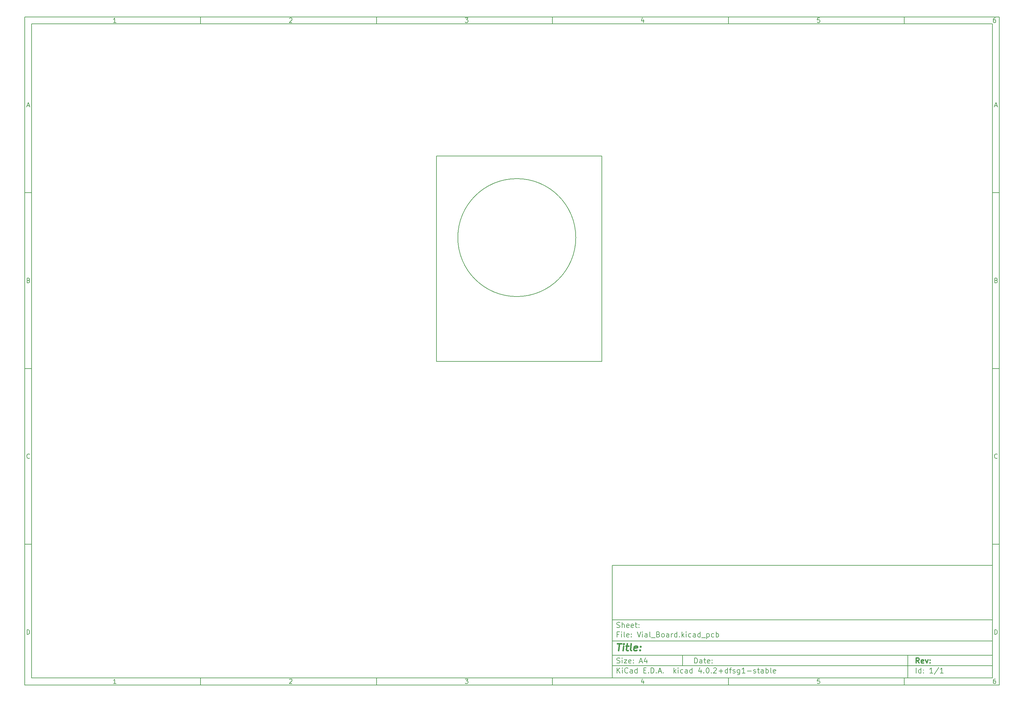
<source format=gbr>
G04 #@! TF.FileFunction,Profile,NP*
%FSLAX46Y46*%
G04 Gerber Fmt 4.6, Leading zero omitted, Abs format (unit mm)*
G04 Created by KiCad (PCBNEW 4.0.2+dfsg1-stable) date Mon 08 Aug 2016 10:45:07 AM EDT*
%MOMM*%
G01*
G04 APERTURE LIST*
%ADD10C,0.100000*%
%ADD11C,0.150000*%
%ADD12C,0.300000*%
%ADD13C,0.400000*%
G04 APERTURE END LIST*
D10*
D11*
X177002200Y-166007200D02*
X177002200Y-198007200D01*
X285002200Y-198007200D01*
X285002200Y-166007200D01*
X177002200Y-166007200D01*
D10*
D11*
X10000000Y-10000000D02*
X10000000Y-200007200D01*
X287002200Y-200007200D01*
X287002200Y-10000000D01*
X10000000Y-10000000D01*
D10*
D11*
X12000000Y-12000000D02*
X12000000Y-198007200D01*
X285002200Y-198007200D01*
X285002200Y-12000000D01*
X12000000Y-12000000D01*
D10*
D11*
X60000000Y-12000000D02*
X60000000Y-10000000D01*
D10*
D11*
X110000000Y-12000000D02*
X110000000Y-10000000D01*
D10*
D11*
X160000000Y-12000000D02*
X160000000Y-10000000D01*
D10*
D11*
X210000000Y-12000000D02*
X210000000Y-10000000D01*
D10*
D11*
X260000000Y-12000000D02*
X260000000Y-10000000D01*
D10*
D11*
X35990476Y-11588095D02*
X35247619Y-11588095D01*
X35619048Y-11588095D02*
X35619048Y-10288095D01*
X35495238Y-10473810D01*
X35371429Y-10597619D01*
X35247619Y-10659524D01*
D10*
D11*
X85247619Y-10411905D02*
X85309524Y-10350000D01*
X85433333Y-10288095D01*
X85742857Y-10288095D01*
X85866667Y-10350000D01*
X85928571Y-10411905D01*
X85990476Y-10535714D01*
X85990476Y-10659524D01*
X85928571Y-10845238D01*
X85185714Y-11588095D01*
X85990476Y-11588095D01*
D10*
D11*
X135185714Y-10288095D02*
X135990476Y-10288095D01*
X135557143Y-10783333D01*
X135742857Y-10783333D01*
X135866667Y-10845238D01*
X135928571Y-10907143D01*
X135990476Y-11030952D01*
X135990476Y-11340476D01*
X135928571Y-11464286D01*
X135866667Y-11526190D01*
X135742857Y-11588095D01*
X135371429Y-11588095D01*
X135247619Y-11526190D01*
X135185714Y-11464286D01*
D10*
D11*
X185866667Y-10721429D02*
X185866667Y-11588095D01*
X185557143Y-10226190D02*
X185247619Y-11154762D01*
X186052381Y-11154762D01*
D10*
D11*
X235928571Y-10288095D02*
X235309524Y-10288095D01*
X235247619Y-10907143D01*
X235309524Y-10845238D01*
X235433333Y-10783333D01*
X235742857Y-10783333D01*
X235866667Y-10845238D01*
X235928571Y-10907143D01*
X235990476Y-11030952D01*
X235990476Y-11340476D01*
X235928571Y-11464286D01*
X235866667Y-11526190D01*
X235742857Y-11588095D01*
X235433333Y-11588095D01*
X235309524Y-11526190D01*
X235247619Y-11464286D01*
D10*
D11*
X285866667Y-10288095D02*
X285619048Y-10288095D01*
X285495238Y-10350000D01*
X285433333Y-10411905D01*
X285309524Y-10597619D01*
X285247619Y-10845238D01*
X285247619Y-11340476D01*
X285309524Y-11464286D01*
X285371429Y-11526190D01*
X285495238Y-11588095D01*
X285742857Y-11588095D01*
X285866667Y-11526190D01*
X285928571Y-11464286D01*
X285990476Y-11340476D01*
X285990476Y-11030952D01*
X285928571Y-10907143D01*
X285866667Y-10845238D01*
X285742857Y-10783333D01*
X285495238Y-10783333D01*
X285371429Y-10845238D01*
X285309524Y-10907143D01*
X285247619Y-11030952D01*
D10*
D11*
X60000000Y-198007200D02*
X60000000Y-200007200D01*
D10*
D11*
X110000000Y-198007200D02*
X110000000Y-200007200D01*
D10*
D11*
X160000000Y-198007200D02*
X160000000Y-200007200D01*
D10*
D11*
X210000000Y-198007200D02*
X210000000Y-200007200D01*
D10*
D11*
X260000000Y-198007200D02*
X260000000Y-200007200D01*
D10*
D11*
X35990476Y-199595295D02*
X35247619Y-199595295D01*
X35619048Y-199595295D02*
X35619048Y-198295295D01*
X35495238Y-198481010D01*
X35371429Y-198604819D01*
X35247619Y-198666724D01*
D10*
D11*
X85247619Y-198419105D02*
X85309524Y-198357200D01*
X85433333Y-198295295D01*
X85742857Y-198295295D01*
X85866667Y-198357200D01*
X85928571Y-198419105D01*
X85990476Y-198542914D01*
X85990476Y-198666724D01*
X85928571Y-198852438D01*
X85185714Y-199595295D01*
X85990476Y-199595295D01*
D10*
D11*
X135185714Y-198295295D02*
X135990476Y-198295295D01*
X135557143Y-198790533D01*
X135742857Y-198790533D01*
X135866667Y-198852438D01*
X135928571Y-198914343D01*
X135990476Y-199038152D01*
X135990476Y-199347676D01*
X135928571Y-199471486D01*
X135866667Y-199533390D01*
X135742857Y-199595295D01*
X135371429Y-199595295D01*
X135247619Y-199533390D01*
X135185714Y-199471486D01*
D10*
D11*
X185866667Y-198728629D02*
X185866667Y-199595295D01*
X185557143Y-198233390D02*
X185247619Y-199161962D01*
X186052381Y-199161962D01*
D10*
D11*
X235928571Y-198295295D02*
X235309524Y-198295295D01*
X235247619Y-198914343D01*
X235309524Y-198852438D01*
X235433333Y-198790533D01*
X235742857Y-198790533D01*
X235866667Y-198852438D01*
X235928571Y-198914343D01*
X235990476Y-199038152D01*
X235990476Y-199347676D01*
X235928571Y-199471486D01*
X235866667Y-199533390D01*
X235742857Y-199595295D01*
X235433333Y-199595295D01*
X235309524Y-199533390D01*
X235247619Y-199471486D01*
D10*
D11*
X285866667Y-198295295D02*
X285619048Y-198295295D01*
X285495238Y-198357200D01*
X285433333Y-198419105D01*
X285309524Y-198604819D01*
X285247619Y-198852438D01*
X285247619Y-199347676D01*
X285309524Y-199471486D01*
X285371429Y-199533390D01*
X285495238Y-199595295D01*
X285742857Y-199595295D01*
X285866667Y-199533390D01*
X285928571Y-199471486D01*
X285990476Y-199347676D01*
X285990476Y-199038152D01*
X285928571Y-198914343D01*
X285866667Y-198852438D01*
X285742857Y-198790533D01*
X285495238Y-198790533D01*
X285371429Y-198852438D01*
X285309524Y-198914343D01*
X285247619Y-199038152D01*
D10*
D11*
X10000000Y-60000000D02*
X12000000Y-60000000D01*
D10*
D11*
X10000000Y-110000000D02*
X12000000Y-110000000D01*
D10*
D11*
X10000000Y-160000000D02*
X12000000Y-160000000D01*
D10*
D11*
X10690476Y-35216667D02*
X11309524Y-35216667D01*
X10566667Y-35588095D02*
X11000000Y-34288095D01*
X11433333Y-35588095D01*
D10*
D11*
X11092857Y-84907143D02*
X11278571Y-84969048D01*
X11340476Y-85030952D01*
X11402381Y-85154762D01*
X11402381Y-85340476D01*
X11340476Y-85464286D01*
X11278571Y-85526190D01*
X11154762Y-85588095D01*
X10659524Y-85588095D01*
X10659524Y-84288095D01*
X11092857Y-84288095D01*
X11216667Y-84350000D01*
X11278571Y-84411905D01*
X11340476Y-84535714D01*
X11340476Y-84659524D01*
X11278571Y-84783333D01*
X11216667Y-84845238D01*
X11092857Y-84907143D01*
X10659524Y-84907143D01*
D10*
D11*
X11402381Y-135464286D02*
X11340476Y-135526190D01*
X11154762Y-135588095D01*
X11030952Y-135588095D01*
X10845238Y-135526190D01*
X10721429Y-135402381D01*
X10659524Y-135278571D01*
X10597619Y-135030952D01*
X10597619Y-134845238D01*
X10659524Y-134597619D01*
X10721429Y-134473810D01*
X10845238Y-134350000D01*
X11030952Y-134288095D01*
X11154762Y-134288095D01*
X11340476Y-134350000D01*
X11402381Y-134411905D01*
D10*
D11*
X10659524Y-185588095D02*
X10659524Y-184288095D01*
X10969048Y-184288095D01*
X11154762Y-184350000D01*
X11278571Y-184473810D01*
X11340476Y-184597619D01*
X11402381Y-184845238D01*
X11402381Y-185030952D01*
X11340476Y-185278571D01*
X11278571Y-185402381D01*
X11154762Y-185526190D01*
X10969048Y-185588095D01*
X10659524Y-185588095D01*
D10*
D11*
X287002200Y-60000000D02*
X285002200Y-60000000D01*
D10*
D11*
X287002200Y-110000000D02*
X285002200Y-110000000D01*
D10*
D11*
X287002200Y-160000000D02*
X285002200Y-160000000D01*
D10*
D11*
X285692676Y-35216667D02*
X286311724Y-35216667D01*
X285568867Y-35588095D02*
X286002200Y-34288095D01*
X286435533Y-35588095D01*
D10*
D11*
X286095057Y-84907143D02*
X286280771Y-84969048D01*
X286342676Y-85030952D01*
X286404581Y-85154762D01*
X286404581Y-85340476D01*
X286342676Y-85464286D01*
X286280771Y-85526190D01*
X286156962Y-85588095D01*
X285661724Y-85588095D01*
X285661724Y-84288095D01*
X286095057Y-84288095D01*
X286218867Y-84350000D01*
X286280771Y-84411905D01*
X286342676Y-84535714D01*
X286342676Y-84659524D01*
X286280771Y-84783333D01*
X286218867Y-84845238D01*
X286095057Y-84907143D01*
X285661724Y-84907143D01*
D10*
D11*
X286404581Y-135464286D02*
X286342676Y-135526190D01*
X286156962Y-135588095D01*
X286033152Y-135588095D01*
X285847438Y-135526190D01*
X285723629Y-135402381D01*
X285661724Y-135278571D01*
X285599819Y-135030952D01*
X285599819Y-134845238D01*
X285661724Y-134597619D01*
X285723629Y-134473810D01*
X285847438Y-134350000D01*
X286033152Y-134288095D01*
X286156962Y-134288095D01*
X286342676Y-134350000D01*
X286404581Y-134411905D01*
D10*
D11*
X285661724Y-185588095D02*
X285661724Y-184288095D01*
X285971248Y-184288095D01*
X286156962Y-184350000D01*
X286280771Y-184473810D01*
X286342676Y-184597619D01*
X286404581Y-184845238D01*
X286404581Y-185030952D01*
X286342676Y-185278571D01*
X286280771Y-185402381D01*
X286156962Y-185526190D01*
X285971248Y-185588095D01*
X285661724Y-185588095D01*
D10*
D11*
X200359343Y-193785771D02*
X200359343Y-192285771D01*
X200716486Y-192285771D01*
X200930771Y-192357200D01*
X201073629Y-192500057D01*
X201145057Y-192642914D01*
X201216486Y-192928629D01*
X201216486Y-193142914D01*
X201145057Y-193428629D01*
X201073629Y-193571486D01*
X200930771Y-193714343D01*
X200716486Y-193785771D01*
X200359343Y-193785771D01*
X202502200Y-193785771D02*
X202502200Y-193000057D01*
X202430771Y-192857200D01*
X202287914Y-192785771D01*
X202002200Y-192785771D01*
X201859343Y-192857200D01*
X202502200Y-193714343D02*
X202359343Y-193785771D01*
X202002200Y-193785771D01*
X201859343Y-193714343D01*
X201787914Y-193571486D01*
X201787914Y-193428629D01*
X201859343Y-193285771D01*
X202002200Y-193214343D01*
X202359343Y-193214343D01*
X202502200Y-193142914D01*
X203002200Y-192785771D02*
X203573629Y-192785771D01*
X203216486Y-192285771D02*
X203216486Y-193571486D01*
X203287914Y-193714343D01*
X203430772Y-193785771D01*
X203573629Y-193785771D01*
X204645057Y-193714343D02*
X204502200Y-193785771D01*
X204216486Y-193785771D01*
X204073629Y-193714343D01*
X204002200Y-193571486D01*
X204002200Y-193000057D01*
X204073629Y-192857200D01*
X204216486Y-192785771D01*
X204502200Y-192785771D01*
X204645057Y-192857200D01*
X204716486Y-193000057D01*
X204716486Y-193142914D01*
X204002200Y-193285771D01*
X205359343Y-193642914D02*
X205430771Y-193714343D01*
X205359343Y-193785771D01*
X205287914Y-193714343D01*
X205359343Y-193642914D01*
X205359343Y-193785771D01*
X205359343Y-192857200D02*
X205430771Y-192928629D01*
X205359343Y-193000057D01*
X205287914Y-192928629D01*
X205359343Y-192857200D01*
X205359343Y-193000057D01*
D10*
D11*
X177002200Y-194507200D02*
X285002200Y-194507200D01*
D10*
D11*
X178359343Y-196585771D02*
X178359343Y-195085771D01*
X179216486Y-196585771D02*
X178573629Y-195728629D01*
X179216486Y-195085771D02*
X178359343Y-195942914D01*
X179859343Y-196585771D02*
X179859343Y-195585771D01*
X179859343Y-195085771D02*
X179787914Y-195157200D01*
X179859343Y-195228629D01*
X179930771Y-195157200D01*
X179859343Y-195085771D01*
X179859343Y-195228629D01*
X181430772Y-196442914D02*
X181359343Y-196514343D01*
X181145057Y-196585771D01*
X181002200Y-196585771D01*
X180787915Y-196514343D01*
X180645057Y-196371486D01*
X180573629Y-196228629D01*
X180502200Y-195942914D01*
X180502200Y-195728629D01*
X180573629Y-195442914D01*
X180645057Y-195300057D01*
X180787915Y-195157200D01*
X181002200Y-195085771D01*
X181145057Y-195085771D01*
X181359343Y-195157200D01*
X181430772Y-195228629D01*
X182716486Y-196585771D02*
X182716486Y-195800057D01*
X182645057Y-195657200D01*
X182502200Y-195585771D01*
X182216486Y-195585771D01*
X182073629Y-195657200D01*
X182716486Y-196514343D02*
X182573629Y-196585771D01*
X182216486Y-196585771D01*
X182073629Y-196514343D01*
X182002200Y-196371486D01*
X182002200Y-196228629D01*
X182073629Y-196085771D01*
X182216486Y-196014343D01*
X182573629Y-196014343D01*
X182716486Y-195942914D01*
X184073629Y-196585771D02*
X184073629Y-195085771D01*
X184073629Y-196514343D02*
X183930772Y-196585771D01*
X183645058Y-196585771D01*
X183502200Y-196514343D01*
X183430772Y-196442914D01*
X183359343Y-196300057D01*
X183359343Y-195871486D01*
X183430772Y-195728629D01*
X183502200Y-195657200D01*
X183645058Y-195585771D01*
X183930772Y-195585771D01*
X184073629Y-195657200D01*
X185930772Y-195800057D02*
X186430772Y-195800057D01*
X186645058Y-196585771D02*
X185930772Y-196585771D01*
X185930772Y-195085771D01*
X186645058Y-195085771D01*
X187287915Y-196442914D02*
X187359343Y-196514343D01*
X187287915Y-196585771D01*
X187216486Y-196514343D01*
X187287915Y-196442914D01*
X187287915Y-196585771D01*
X188002201Y-196585771D02*
X188002201Y-195085771D01*
X188359344Y-195085771D01*
X188573629Y-195157200D01*
X188716487Y-195300057D01*
X188787915Y-195442914D01*
X188859344Y-195728629D01*
X188859344Y-195942914D01*
X188787915Y-196228629D01*
X188716487Y-196371486D01*
X188573629Y-196514343D01*
X188359344Y-196585771D01*
X188002201Y-196585771D01*
X189502201Y-196442914D02*
X189573629Y-196514343D01*
X189502201Y-196585771D01*
X189430772Y-196514343D01*
X189502201Y-196442914D01*
X189502201Y-196585771D01*
X190145058Y-196157200D02*
X190859344Y-196157200D01*
X190002201Y-196585771D02*
X190502201Y-195085771D01*
X191002201Y-196585771D01*
X191502201Y-196442914D02*
X191573629Y-196514343D01*
X191502201Y-196585771D01*
X191430772Y-196514343D01*
X191502201Y-196442914D01*
X191502201Y-196585771D01*
X194502201Y-196585771D02*
X194502201Y-195085771D01*
X194645058Y-196014343D02*
X195073629Y-196585771D01*
X195073629Y-195585771D02*
X194502201Y-196157200D01*
X195716487Y-196585771D02*
X195716487Y-195585771D01*
X195716487Y-195085771D02*
X195645058Y-195157200D01*
X195716487Y-195228629D01*
X195787915Y-195157200D01*
X195716487Y-195085771D01*
X195716487Y-195228629D01*
X197073630Y-196514343D02*
X196930773Y-196585771D01*
X196645059Y-196585771D01*
X196502201Y-196514343D01*
X196430773Y-196442914D01*
X196359344Y-196300057D01*
X196359344Y-195871486D01*
X196430773Y-195728629D01*
X196502201Y-195657200D01*
X196645059Y-195585771D01*
X196930773Y-195585771D01*
X197073630Y-195657200D01*
X198359344Y-196585771D02*
X198359344Y-195800057D01*
X198287915Y-195657200D01*
X198145058Y-195585771D01*
X197859344Y-195585771D01*
X197716487Y-195657200D01*
X198359344Y-196514343D02*
X198216487Y-196585771D01*
X197859344Y-196585771D01*
X197716487Y-196514343D01*
X197645058Y-196371486D01*
X197645058Y-196228629D01*
X197716487Y-196085771D01*
X197859344Y-196014343D01*
X198216487Y-196014343D01*
X198359344Y-195942914D01*
X199716487Y-196585771D02*
X199716487Y-195085771D01*
X199716487Y-196514343D02*
X199573630Y-196585771D01*
X199287916Y-196585771D01*
X199145058Y-196514343D01*
X199073630Y-196442914D01*
X199002201Y-196300057D01*
X199002201Y-195871486D01*
X199073630Y-195728629D01*
X199145058Y-195657200D01*
X199287916Y-195585771D01*
X199573630Y-195585771D01*
X199716487Y-195657200D01*
X202216487Y-195585771D02*
X202216487Y-196585771D01*
X201859344Y-195014343D02*
X201502201Y-196085771D01*
X202430773Y-196085771D01*
X203002201Y-196442914D02*
X203073629Y-196514343D01*
X203002201Y-196585771D01*
X202930772Y-196514343D01*
X203002201Y-196442914D01*
X203002201Y-196585771D01*
X204002201Y-195085771D02*
X204145058Y-195085771D01*
X204287915Y-195157200D01*
X204359344Y-195228629D01*
X204430773Y-195371486D01*
X204502201Y-195657200D01*
X204502201Y-196014343D01*
X204430773Y-196300057D01*
X204359344Y-196442914D01*
X204287915Y-196514343D01*
X204145058Y-196585771D01*
X204002201Y-196585771D01*
X203859344Y-196514343D01*
X203787915Y-196442914D01*
X203716487Y-196300057D01*
X203645058Y-196014343D01*
X203645058Y-195657200D01*
X203716487Y-195371486D01*
X203787915Y-195228629D01*
X203859344Y-195157200D01*
X204002201Y-195085771D01*
X205145058Y-196442914D02*
X205216486Y-196514343D01*
X205145058Y-196585771D01*
X205073629Y-196514343D01*
X205145058Y-196442914D01*
X205145058Y-196585771D01*
X205787915Y-195228629D02*
X205859344Y-195157200D01*
X206002201Y-195085771D01*
X206359344Y-195085771D01*
X206502201Y-195157200D01*
X206573630Y-195228629D01*
X206645058Y-195371486D01*
X206645058Y-195514343D01*
X206573630Y-195728629D01*
X205716487Y-196585771D01*
X206645058Y-196585771D01*
X207287915Y-196014343D02*
X208430772Y-196014343D01*
X207859343Y-196585771D02*
X207859343Y-195442914D01*
X209787915Y-196585771D02*
X209787915Y-195085771D01*
X209787915Y-196514343D02*
X209645058Y-196585771D01*
X209359344Y-196585771D01*
X209216486Y-196514343D01*
X209145058Y-196442914D01*
X209073629Y-196300057D01*
X209073629Y-195871486D01*
X209145058Y-195728629D01*
X209216486Y-195657200D01*
X209359344Y-195585771D01*
X209645058Y-195585771D01*
X209787915Y-195657200D01*
X210287915Y-195585771D02*
X210859344Y-195585771D01*
X210502201Y-196585771D02*
X210502201Y-195300057D01*
X210573629Y-195157200D01*
X210716487Y-195085771D01*
X210859344Y-195085771D01*
X211287915Y-196514343D02*
X211430772Y-196585771D01*
X211716487Y-196585771D01*
X211859344Y-196514343D01*
X211930772Y-196371486D01*
X211930772Y-196300057D01*
X211859344Y-196157200D01*
X211716487Y-196085771D01*
X211502201Y-196085771D01*
X211359344Y-196014343D01*
X211287915Y-195871486D01*
X211287915Y-195800057D01*
X211359344Y-195657200D01*
X211502201Y-195585771D01*
X211716487Y-195585771D01*
X211859344Y-195657200D01*
X213216487Y-195585771D02*
X213216487Y-196800057D01*
X213145058Y-196942914D01*
X213073630Y-197014343D01*
X212930773Y-197085771D01*
X212716487Y-197085771D01*
X212573630Y-197014343D01*
X213216487Y-196514343D02*
X213073630Y-196585771D01*
X212787916Y-196585771D01*
X212645058Y-196514343D01*
X212573630Y-196442914D01*
X212502201Y-196300057D01*
X212502201Y-195871486D01*
X212573630Y-195728629D01*
X212645058Y-195657200D01*
X212787916Y-195585771D01*
X213073630Y-195585771D01*
X213216487Y-195657200D01*
X214716487Y-196585771D02*
X213859344Y-196585771D01*
X214287916Y-196585771D02*
X214287916Y-195085771D01*
X214145059Y-195300057D01*
X214002201Y-195442914D01*
X213859344Y-195514343D01*
X215359344Y-196014343D02*
X216502201Y-196014343D01*
X217145058Y-196514343D02*
X217287915Y-196585771D01*
X217573630Y-196585771D01*
X217716487Y-196514343D01*
X217787915Y-196371486D01*
X217787915Y-196300057D01*
X217716487Y-196157200D01*
X217573630Y-196085771D01*
X217359344Y-196085771D01*
X217216487Y-196014343D01*
X217145058Y-195871486D01*
X217145058Y-195800057D01*
X217216487Y-195657200D01*
X217359344Y-195585771D01*
X217573630Y-195585771D01*
X217716487Y-195657200D01*
X218216487Y-195585771D02*
X218787916Y-195585771D01*
X218430773Y-195085771D02*
X218430773Y-196371486D01*
X218502201Y-196514343D01*
X218645059Y-196585771D01*
X218787916Y-196585771D01*
X219930773Y-196585771D02*
X219930773Y-195800057D01*
X219859344Y-195657200D01*
X219716487Y-195585771D01*
X219430773Y-195585771D01*
X219287916Y-195657200D01*
X219930773Y-196514343D02*
X219787916Y-196585771D01*
X219430773Y-196585771D01*
X219287916Y-196514343D01*
X219216487Y-196371486D01*
X219216487Y-196228629D01*
X219287916Y-196085771D01*
X219430773Y-196014343D01*
X219787916Y-196014343D01*
X219930773Y-195942914D01*
X220645059Y-196585771D02*
X220645059Y-195085771D01*
X220645059Y-195657200D02*
X220787916Y-195585771D01*
X221073630Y-195585771D01*
X221216487Y-195657200D01*
X221287916Y-195728629D01*
X221359345Y-195871486D01*
X221359345Y-196300057D01*
X221287916Y-196442914D01*
X221216487Y-196514343D01*
X221073630Y-196585771D01*
X220787916Y-196585771D01*
X220645059Y-196514343D01*
X222216488Y-196585771D02*
X222073630Y-196514343D01*
X222002202Y-196371486D01*
X222002202Y-195085771D01*
X223359344Y-196514343D02*
X223216487Y-196585771D01*
X222930773Y-196585771D01*
X222787916Y-196514343D01*
X222716487Y-196371486D01*
X222716487Y-195800057D01*
X222787916Y-195657200D01*
X222930773Y-195585771D01*
X223216487Y-195585771D01*
X223359344Y-195657200D01*
X223430773Y-195800057D01*
X223430773Y-195942914D01*
X222716487Y-196085771D01*
D10*
D11*
X177002200Y-191507200D02*
X285002200Y-191507200D01*
D10*
D12*
X264216486Y-193785771D02*
X263716486Y-193071486D01*
X263359343Y-193785771D02*
X263359343Y-192285771D01*
X263930771Y-192285771D01*
X264073629Y-192357200D01*
X264145057Y-192428629D01*
X264216486Y-192571486D01*
X264216486Y-192785771D01*
X264145057Y-192928629D01*
X264073629Y-193000057D01*
X263930771Y-193071486D01*
X263359343Y-193071486D01*
X265430771Y-193714343D02*
X265287914Y-193785771D01*
X265002200Y-193785771D01*
X264859343Y-193714343D01*
X264787914Y-193571486D01*
X264787914Y-193000057D01*
X264859343Y-192857200D01*
X265002200Y-192785771D01*
X265287914Y-192785771D01*
X265430771Y-192857200D01*
X265502200Y-193000057D01*
X265502200Y-193142914D01*
X264787914Y-193285771D01*
X266002200Y-192785771D02*
X266359343Y-193785771D01*
X266716485Y-192785771D01*
X267287914Y-193642914D02*
X267359342Y-193714343D01*
X267287914Y-193785771D01*
X267216485Y-193714343D01*
X267287914Y-193642914D01*
X267287914Y-193785771D01*
X267287914Y-192857200D02*
X267359342Y-192928629D01*
X267287914Y-193000057D01*
X267216485Y-192928629D01*
X267287914Y-192857200D01*
X267287914Y-193000057D01*
D10*
D11*
X178287914Y-193714343D02*
X178502200Y-193785771D01*
X178859343Y-193785771D01*
X179002200Y-193714343D01*
X179073629Y-193642914D01*
X179145057Y-193500057D01*
X179145057Y-193357200D01*
X179073629Y-193214343D01*
X179002200Y-193142914D01*
X178859343Y-193071486D01*
X178573629Y-193000057D01*
X178430771Y-192928629D01*
X178359343Y-192857200D01*
X178287914Y-192714343D01*
X178287914Y-192571486D01*
X178359343Y-192428629D01*
X178430771Y-192357200D01*
X178573629Y-192285771D01*
X178930771Y-192285771D01*
X179145057Y-192357200D01*
X179787914Y-193785771D02*
X179787914Y-192785771D01*
X179787914Y-192285771D02*
X179716485Y-192357200D01*
X179787914Y-192428629D01*
X179859342Y-192357200D01*
X179787914Y-192285771D01*
X179787914Y-192428629D01*
X180359343Y-192785771D02*
X181145057Y-192785771D01*
X180359343Y-193785771D01*
X181145057Y-193785771D01*
X182287914Y-193714343D02*
X182145057Y-193785771D01*
X181859343Y-193785771D01*
X181716486Y-193714343D01*
X181645057Y-193571486D01*
X181645057Y-193000057D01*
X181716486Y-192857200D01*
X181859343Y-192785771D01*
X182145057Y-192785771D01*
X182287914Y-192857200D01*
X182359343Y-193000057D01*
X182359343Y-193142914D01*
X181645057Y-193285771D01*
X183002200Y-193642914D02*
X183073628Y-193714343D01*
X183002200Y-193785771D01*
X182930771Y-193714343D01*
X183002200Y-193642914D01*
X183002200Y-193785771D01*
X183002200Y-192857200D02*
X183073628Y-192928629D01*
X183002200Y-193000057D01*
X182930771Y-192928629D01*
X183002200Y-192857200D01*
X183002200Y-193000057D01*
X184787914Y-193357200D02*
X185502200Y-193357200D01*
X184645057Y-193785771D02*
X185145057Y-192285771D01*
X185645057Y-193785771D01*
X186787914Y-192785771D02*
X186787914Y-193785771D01*
X186430771Y-192214343D02*
X186073628Y-193285771D01*
X187002200Y-193285771D01*
D10*
D11*
X263359343Y-196585771D02*
X263359343Y-195085771D01*
X264716486Y-196585771D02*
X264716486Y-195085771D01*
X264716486Y-196514343D02*
X264573629Y-196585771D01*
X264287915Y-196585771D01*
X264145057Y-196514343D01*
X264073629Y-196442914D01*
X264002200Y-196300057D01*
X264002200Y-195871486D01*
X264073629Y-195728629D01*
X264145057Y-195657200D01*
X264287915Y-195585771D01*
X264573629Y-195585771D01*
X264716486Y-195657200D01*
X265430772Y-196442914D02*
X265502200Y-196514343D01*
X265430772Y-196585771D01*
X265359343Y-196514343D01*
X265430772Y-196442914D01*
X265430772Y-196585771D01*
X265430772Y-195657200D02*
X265502200Y-195728629D01*
X265430772Y-195800057D01*
X265359343Y-195728629D01*
X265430772Y-195657200D01*
X265430772Y-195800057D01*
X268073629Y-196585771D02*
X267216486Y-196585771D01*
X267645058Y-196585771D02*
X267645058Y-195085771D01*
X267502201Y-195300057D01*
X267359343Y-195442914D01*
X267216486Y-195514343D01*
X269787914Y-195014343D02*
X268502200Y-196942914D01*
X271073629Y-196585771D02*
X270216486Y-196585771D01*
X270645058Y-196585771D02*
X270645058Y-195085771D01*
X270502201Y-195300057D01*
X270359343Y-195442914D01*
X270216486Y-195514343D01*
D10*
D11*
X177002200Y-187507200D02*
X285002200Y-187507200D01*
D10*
D13*
X178454581Y-188211962D02*
X179597438Y-188211962D01*
X178776010Y-190211962D02*
X179026010Y-188211962D01*
X180014105Y-190211962D02*
X180180771Y-188878629D01*
X180264105Y-188211962D02*
X180156962Y-188307200D01*
X180240295Y-188402438D01*
X180347439Y-188307200D01*
X180264105Y-188211962D01*
X180240295Y-188402438D01*
X180847438Y-188878629D02*
X181609343Y-188878629D01*
X181216486Y-188211962D02*
X181002200Y-189926248D01*
X181073630Y-190116724D01*
X181252201Y-190211962D01*
X181442677Y-190211962D01*
X182395058Y-190211962D02*
X182216487Y-190116724D01*
X182145057Y-189926248D01*
X182359343Y-188211962D01*
X183930772Y-190116724D02*
X183728391Y-190211962D01*
X183347439Y-190211962D01*
X183168867Y-190116724D01*
X183097438Y-189926248D01*
X183192676Y-189164343D01*
X183311724Y-188973867D01*
X183514105Y-188878629D01*
X183895057Y-188878629D01*
X184073629Y-188973867D01*
X184145057Y-189164343D01*
X184121248Y-189354819D01*
X183145057Y-189545295D01*
X184895057Y-190021486D02*
X184978392Y-190116724D01*
X184871248Y-190211962D01*
X184787915Y-190116724D01*
X184895057Y-190021486D01*
X184871248Y-190211962D01*
X185026010Y-188973867D02*
X185109344Y-189069105D01*
X185002200Y-189164343D01*
X184918867Y-189069105D01*
X185026010Y-188973867D01*
X185002200Y-189164343D01*
D10*
D11*
X178859343Y-185600057D02*
X178359343Y-185600057D01*
X178359343Y-186385771D02*
X178359343Y-184885771D01*
X179073629Y-184885771D01*
X179645057Y-186385771D02*
X179645057Y-185385771D01*
X179645057Y-184885771D02*
X179573628Y-184957200D01*
X179645057Y-185028629D01*
X179716485Y-184957200D01*
X179645057Y-184885771D01*
X179645057Y-185028629D01*
X180573629Y-186385771D02*
X180430771Y-186314343D01*
X180359343Y-186171486D01*
X180359343Y-184885771D01*
X181716485Y-186314343D02*
X181573628Y-186385771D01*
X181287914Y-186385771D01*
X181145057Y-186314343D01*
X181073628Y-186171486D01*
X181073628Y-185600057D01*
X181145057Y-185457200D01*
X181287914Y-185385771D01*
X181573628Y-185385771D01*
X181716485Y-185457200D01*
X181787914Y-185600057D01*
X181787914Y-185742914D01*
X181073628Y-185885771D01*
X182430771Y-186242914D02*
X182502199Y-186314343D01*
X182430771Y-186385771D01*
X182359342Y-186314343D01*
X182430771Y-186242914D01*
X182430771Y-186385771D01*
X182430771Y-185457200D02*
X182502199Y-185528629D01*
X182430771Y-185600057D01*
X182359342Y-185528629D01*
X182430771Y-185457200D01*
X182430771Y-185600057D01*
X184073628Y-184885771D02*
X184573628Y-186385771D01*
X185073628Y-184885771D01*
X185573628Y-186385771D02*
X185573628Y-185385771D01*
X185573628Y-184885771D02*
X185502199Y-184957200D01*
X185573628Y-185028629D01*
X185645056Y-184957200D01*
X185573628Y-184885771D01*
X185573628Y-185028629D01*
X186930771Y-186385771D02*
X186930771Y-185600057D01*
X186859342Y-185457200D01*
X186716485Y-185385771D01*
X186430771Y-185385771D01*
X186287914Y-185457200D01*
X186930771Y-186314343D02*
X186787914Y-186385771D01*
X186430771Y-186385771D01*
X186287914Y-186314343D01*
X186216485Y-186171486D01*
X186216485Y-186028629D01*
X186287914Y-185885771D01*
X186430771Y-185814343D01*
X186787914Y-185814343D01*
X186930771Y-185742914D01*
X187859343Y-186385771D02*
X187716485Y-186314343D01*
X187645057Y-186171486D01*
X187645057Y-184885771D01*
X188073628Y-186528629D02*
X189216485Y-186528629D01*
X190073628Y-185600057D02*
X190287914Y-185671486D01*
X190359342Y-185742914D01*
X190430771Y-185885771D01*
X190430771Y-186100057D01*
X190359342Y-186242914D01*
X190287914Y-186314343D01*
X190145056Y-186385771D01*
X189573628Y-186385771D01*
X189573628Y-184885771D01*
X190073628Y-184885771D01*
X190216485Y-184957200D01*
X190287914Y-185028629D01*
X190359342Y-185171486D01*
X190359342Y-185314343D01*
X190287914Y-185457200D01*
X190216485Y-185528629D01*
X190073628Y-185600057D01*
X189573628Y-185600057D01*
X191287914Y-186385771D02*
X191145056Y-186314343D01*
X191073628Y-186242914D01*
X191002199Y-186100057D01*
X191002199Y-185671486D01*
X191073628Y-185528629D01*
X191145056Y-185457200D01*
X191287914Y-185385771D01*
X191502199Y-185385771D01*
X191645056Y-185457200D01*
X191716485Y-185528629D01*
X191787914Y-185671486D01*
X191787914Y-186100057D01*
X191716485Y-186242914D01*
X191645056Y-186314343D01*
X191502199Y-186385771D01*
X191287914Y-186385771D01*
X193073628Y-186385771D02*
X193073628Y-185600057D01*
X193002199Y-185457200D01*
X192859342Y-185385771D01*
X192573628Y-185385771D01*
X192430771Y-185457200D01*
X193073628Y-186314343D02*
X192930771Y-186385771D01*
X192573628Y-186385771D01*
X192430771Y-186314343D01*
X192359342Y-186171486D01*
X192359342Y-186028629D01*
X192430771Y-185885771D01*
X192573628Y-185814343D01*
X192930771Y-185814343D01*
X193073628Y-185742914D01*
X193787914Y-186385771D02*
X193787914Y-185385771D01*
X193787914Y-185671486D02*
X193859342Y-185528629D01*
X193930771Y-185457200D01*
X194073628Y-185385771D01*
X194216485Y-185385771D01*
X195359342Y-186385771D02*
X195359342Y-184885771D01*
X195359342Y-186314343D02*
X195216485Y-186385771D01*
X194930771Y-186385771D01*
X194787913Y-186314343D01*
X194716485Y-186242914D01*
X194645056Y-186100057D01*
X194645056Y-185671486D01*
X194716485Y-185528629D01*
X194787913Y-185457200D01*
X194930771Y-185385771D01*
X195216485Y-185385771D01*
X195359342Y-185457200D01*
X196073628Y-186242914D02*
X196145056Y-186314343D01*
X196073628Y-186385771D01*
X196002199Y-186314343D01*
X196073628Y-186242914D01*
X196073628Y-186385771D01*
X196787914Y-186385771D02*
X196787914Y-184885771D01*
X196930771Y-185814343D02*
X197359342Y-186385771D01*
X197359342Y-185385771D02*
X196787914Y-185957200D01*
X198002200Y-186385771D02*
X198002200Y-185385771D01*
X198002200Y-184885771D02*
X197930771Y-184957200D01*
X198002200Y-185028629D01*
X198073628Y-184957200D01*
X198002200Y-184885771D01*
X198002200Y-185028629D01*
X199359343Y-186314343D02*
X199216486Y-186385771D01*
X198930772Y-186385771D01*
X198787914Y-186314343D01*
X198716486Y-186242914D01*
X198645057Y-186100057D01*
X198645057Y-185671486D01*
X198716486Y-185528629D01*
X198787914Y-185457200D01*
X198930772Y-185385771D01*
X199216486Y-185385771D01*
X199359343Y-185457200D01*
X200645057Y-186385771D02*
X200645057Y-185600057D01*
X200573628Y-185457200D01*
X200430771Y-185385771D01*
X200145057Y-185385771D01*
X200002200Y-185457200D01*
X200645057Y-186314343D02*
X200502200Y-186385771D01*
X200145057Y-186385771D01*
X200002200Y-186314343D01*
X199930771Y-186171486D01*
X199930771Y-186028629D01*
X200002200Y-185885771D01*
X200145057Y-185814343D01*
X200502200Y-185814343D01*
X200645057Y-185742914D01*
X202002200Y-186385771D02*
X202002200Y-184885771D01*
X202002200Y-186314343D02*
X201859343Y-186385771D01*
X201573629Y-186385771D01*
X201430771Y-186314343D01*
X201359343Y-186242914D01*
X201287914Y-186100057D01*
X201287914Y-185671486D01*
X201359343Y-185528629D01*
X201430771Y-185457200D01*
X201573629Y-185385771D01*
X201859343Y-185385771D01*
X202002200Y-185457200D01*
X202359343Y-186528629D02*
X203502200Y-186528629D01*
X203859343Y-185385771D02*
X203859343Y-186885771D01*
X203859343Y-185457200D02*
X204002200Y-185385771D01*
X204287914Y-185385771D01*
X204430771Y-185457200D01*
X204502200Y-185528629D01*
X204573629Y-185671486D01*
X204573629Y-186100057D01*
X204502200Y-186242914D01*
X204430771Y-186314343D01*
X204287914Y-186385771D01*
X204002200Y-186385771D01*
X203859343Y-186314343D01*
X205859343Y-186314343D02*
X205716486Y-186385771D01*
X205430772Y-186385771D01*
X205287914Y-186314343D01*
X205216486Y-186242914D01*
X205145057Y-186100057D01*
X205145057Y-185671486D01*
X205216486Y-185528629D01*
X205287914Y-185457200D01*
X205430772Y-185385771D01*
X205716486Y-185385771D01*
X205859343Y-185457200D01*
X206502200Y-186385771D02*
X206502200Y-184885771D01*
X206502200Y-185457200D02*
X206645057Y-185385771D01*
X206930771Y-185385771D01*
X207073628Y-185457200D01*
X207145057Y-185528629D01*
X207216486Y-185671486D01*
X207216486Y-186100057D01*
X207145057Y-186242914D01*
X207073628Y-186314343D01*
X206930771Y-186385771D01*
X206645057Y-186385771D01*
X206502200Y-186314343D01*
D10*
D11*
X177002200Y-181507200D02*
X285002200Y-181507200D01*
D10*
D11*
X178287914Y-183614343D02*
X178502200Y-183685771D01*
X178859343Y-183685771D01*
X179002200Y-183614343D01*
X179073629Y-183542914D01*
X179145057Y-183400057D01*
X179145057Y-183257200D01*
X179073629Y-183114343D01*
X179002200Y-183042914D01*
X178859343Y-182971486D01*
X178573629Y-182900057D01*
X178430771Y-182828629D01*
X178359343Y-182757200D01*
X178287914Y-182614343D01*
X178287914Y-182471486D01*
X178359343Y-182328629D01*
X178430771Y-182257200D01*
X178573629Y-182185771D01*
X178930771Y-182185771D01*
X179145057Y-182257200D01*
X179787914Y-183685771D02*
X179787914Y-182185771D01*
X180430771Y-183685771D02*
X180430771Y-182900057D01*
X180359342Y-182757200D01*
X180216485Y-182685771D01*
X180002200Y-182685771D01*
X179859342Y-182757200D01*
X179787914Y-182828629D01*
X181716485Y-183614343D02*
X181573628Y-183685771D01*
X181287914Y-183685771D01*
X181145057Y-183614343D01*
X181073628Y-183471486D01*
X181073628Y-182900057D01*
X181145057Y-182757200D01*
X181287914Y-182685771D01*
X181573628Y-182685771D01*
X181716485Y-182757200D01*
X181787914Y-182900057D01*
X181787914Y-183042914D01*
X181073628Y-183185771D01*
X183002199Y-183614343D02*
X182859342Y-183685771D01*
X182573628Y-183685771D01*
X182430771Y-183614343D01*
X182359342Y-183471486D01*
X182359342Y-182900057D01*
X182430771Y-182757200D01*
X182573628Y-182685771D01*
X182859342Y-182685771D01*
X183002199Y-182757200D01*
X183073628Y-182900057D01*
X183073628Y-183042914D01*
X182359342Y-183185771D01*
X183502199Y-182685771D02*
X184073628Y-182685771D01*
X183716485Y-182185771D02*
X183716485Y-183471486D01*
X183787913Y-183614343D01*
X183930771Y-183685771D01*
X184073628Y-183685771D01*
X184573628Y-183542914D02*
X184645056Y-183614343D01*
X184573628Y-183685771D01*
X184502199Y-183614343D01*
X184573628Y-183542914D01*
X184573628Y-183685771D01*
X184573628Y-182757200D02*
X184645056Y-182828629D01*
X184573628Y-182900057D01*
X184502199Y-182828629D01*
X184573628Y-182757200D01*
X184573628Y-182900057D01*
D10*
D11*
X197002200Y-191507200D02*
X197002200Y-194507200D01*
D10*
D11*
X261002200Y-191507200D02*
X261002200Y-198007200D01*
X166624000Y-72760840D02*
G75*
G03X166624000Y-72760840I-16764000J0D01*
G01*
X127000000Y-107950000D02*
X173990000Y-107950000D01*
X127000000Y-49530000D02*
X173990000Y-49530000D01*
X173990000Y-49530000D02*
X173990000Y-107950000D01*
X127000000Y-49530000D02*
X127000000Y-107950000D01*
M02*

</source>
